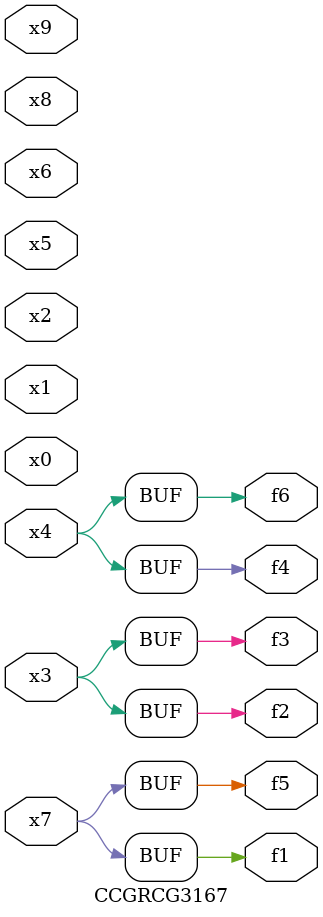
<source format=v>
module CCGRCG3167(
	input x0, x1, x2, x3, x4, x5, x6, x7, x8, x9,
	output f1, f2, f3, f4, f5, f6
);
	assign f1 = x7;
	assign f2 = x3;
	assign f3 = x3;
	assign f4 = x4;
	assign f5 = x7;
	assign f6 = x4;
endmodule

</source>
